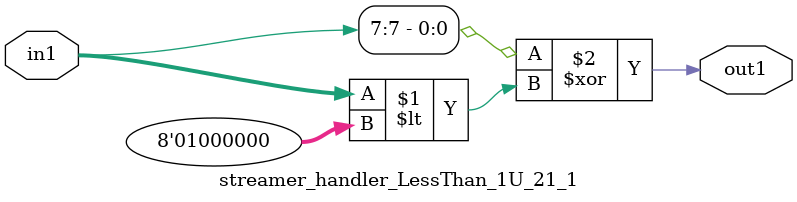
<source format=v>

`timescale 1ps / 1ps


module streamer_handler_LessThan_1U_21_1( in1, out1 );

    input [7:0] in1;
    output out1;

    
    // rtl_process:streamer_handler_LessThan_1U_21_1/streamer_handler_LessThan_1U_21_1_thread_1
    assign out1 = (in1[7] ^ in1 < 8'd064);

endmodule


</source>
